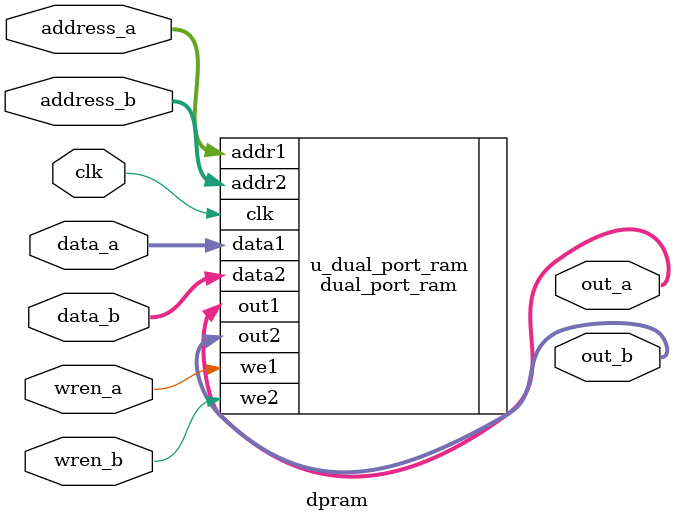
<source format=v>
module dpram (
    clk,
    address_a,
    address_b,
    wren_a,
    wren_b,
    data_a,
    data_b,
    out_a,
    out_b
);
parameter AWIDTH=12;
parameter NUM_WORDS=4096;
parameter DWIDTH=40;
input clk;
input [(AWIDTH-1):0] address_a;
input [(AWIDTH-1):0] address_b;
input  wren_a;
input  wren_b;
input [(DWIDTH-1):0] data_a;
input [(DWIDTH-1):0] data_b;
output reg [(DWIDTH-1):0] out_a;
output reg [(DWIDTH-1):0] out_b;

`ifdef SIMULATION_MEMORY

reg [DWIDTH-1:0] ram[NUM_WORDS-1:0];
always @ (posedge clk) begin 
  if (wren_a) begin
      ram[address_a] <= data_a;
  end
  else begin
      out_a <= ram[address_a];
  end
end
  
always @ (posedge clk) begin 
  if (wren_b) begin
      ram[address_b] <= data_b;
  end 
  else begin
      out_b <= ram[address_b];
  end
end

`else

dual_port_ram u_dual_port_ram(
.addr1(address_a),
.we1(wren_a),
.data1(data_a),
.out1(out_a),
.addr2(address_b),
.we2(wren_b),
.data2(data_b),
.out2(out_b),
.clk(clk)
);

`endif
endmodule

</source>
